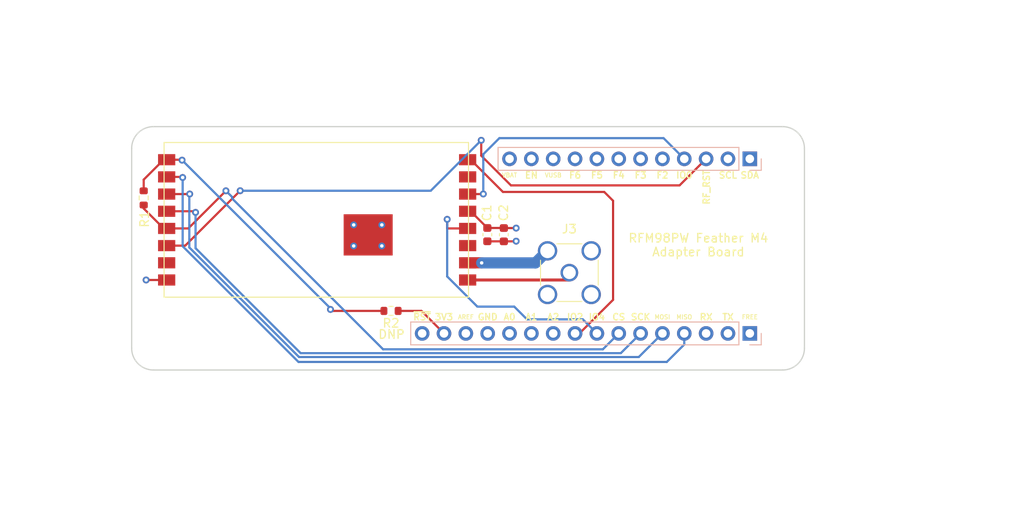
<source format=kicad_pcb>
(kicad_pcb (version 20211014) (generator pcbnew)
  (layers (0 "F.Cu" signal) (1 "In1.Cu" signal) (2 "In2.Cu" signal) (31 "B.Cu" signal) (34 "B.Paste" user) (35 "F.Paste" user) (36 "B.SilkS" user "B.Silkscreen") (37 "F.SilkS" user "F.Silkscreen") (38 "B.Mask" user) (39 "F.Mask" user) (44 "Edge.Cuts" user))
  (net 0 "")
  (net 1 "/FREE")
  (net 2 "/TX")
  (net 3 "/RX")
  (net 4 "/MISO")
  (net 5 "/MOSI")
  (net 6 "/SCK")
  (net 7 "/A2")
  (net 8 "/A1")
  (net 9 "/A0")
  (net 10 "GND")
  (net 11 "/AREF")
  (net 12 "/~{RST}")
  (net 13 "/SDA")
  (net 14 "/SCL")
  (net 15 "/CS")
  (net 16 "/RF_RST")
  (net 17 "/F4")
  (net 18 "/F5")
  (net 19 "/F6")
  (net 20 "/VUSB")
  (net 21 "/EN")
  (net 22 "/VBAT")
  (net 23 "/RF_IO0")
  (net 24 "/RF_IO4")
  (net 25 "3.3V")
  (net 26 "/RF1_ANT")
  (net 30 "+3V3")
  (net 31 "/RF_IO2")
  (net 32 "/F2")
  (net 33 "/F3")
  (footprint "Resistor_SMD:R_0603_1608Metric" (layer "F.Cu") (at 46.96 50.46 -90)
    (fp_text reference "R1" (at 2.47 -0.1 90) (layer "F.SilkS"))
    (fp_text value "10k")
    (fp_line (start -0.237258 -0.5225) (end 0.237258 -0.5225) (layer "F.SilkS") (width 0.12))
    (fp_line (start -0.237258 0.5225) (end 0.237258 0.5225) (layer "F.SilkS") (width 0.12))
    (pad "1" smd roundrect (at -0.825 0 270) (size 0.8 0.95) (layers "F.Cu" "F.Paste" "F.Mask") (net 25 "3.3V"))
    (pad "2" smd roundrect (at 0.825 0 270) (size 0.8 0.95) (layers "F.Cu" "F.Paste" "F.Mask") (net 15 "/CS"))
  )
  (footprint "Capacitor_SMD:C_0603_1608Metric" (layer "F.Cu") (at 86.92 54.73 90)
    (fp_text reference "C1" (at 2.53 -0.05 90) (layer "F.SilkS"))
    (fp_text value "0.1uF")
    (fp_line (start -0.14058 0.51) (end 0.14058 0.51) (layer "F.SilkS") (width 0.12))
    (fp_line (start -0.14058 -0.51) (end 0.14058 -0.51) (layer "F.SilkS") (width 0.12))
    (pad "1" smd roundrect (at -0.775 0 90) (size 0.9 0.95) (layers "F.Cu" "F.Paste" "F.Mask") (net 10 "GND"))
    (pad "2" smd roundrect (at 0.775 0 90) (size 0.9 0.95) (layers "F.Cu" "F.Paste" "F.Mask") (net 20 "/VUSB"))
  )
  (footprint "Capacitor_SMD:C_0603_1608Metric" (layer "F.Cu") (at 88.84 54.74 90)
    (fp_text reference "C2" (at 2.55 -0.03 90) (layer "F.SilkS"))
    (fp_text value "10uF")
    (fp_line (start -0.14058 -0.51) (end 0.14058 -0.51) (layer "F.SilkS") (width 0.12))
    (fp_line (start -0.14058 0.51) (end 0.14058 0.51) (layer "F.SilkS") (width 0.12))
    (pad "1" smd roundrect (at -0.775 0 90) (size 0.9 0.95) (layers "F.Cu" "F.Paste" "F.Mask") (net 10 "GND"))
    (pad "2" smd roundrect (at 0.775 0 90) (size 0.9 0.95) (layers "F.Cu" "F.Paste" "F.Mask") (net 20 "/VUSB"))
  )
  (footprint "Resistor_SMD:R_0603_1608Metric" (layer "F.Cu") (at 75.72 63.61 180)
    (fp_text reference "R2" (at 0 -1.43) (layer "F.SilkS"))
    (fp_text value "0")
    (fp_line (start -0.237258 -0.5225) (end 0.237258 -0.5225) (layer "F.SilkS") (width 0.12))
    (fp_line (start -0.237258 0.5225) (end 0.237258 0.5225) (layer "F.SilkS") (width 0.12))
    (pad "1" smd roundrect (at -0.825 0 180) (size 0.8 0.95) (layers "F.Cu" "F.Paste" "F.Mask") (net 30 "+3V3"))
    (pad "2" smd roundrect (at 0.825 0 180) (size 0.8 0.95) (layers "F.Cu" "F.Paste" "F.Mask") (net 25 "3.3V"))
  )
  (footprint "mainboard:RFM95PW" (layer "F.Cu") (at 67.03 52.51)
    (fp_text reference "U1" hide)
    (fp_text value "RFM98PW" hide)
    (fp_line (start -17.7 9.5) (end 17.7 9.5) (layer "F.SilkS") (width 0.127))
    (fp_line (start -17.7 -8.5) (end 17.7 -8.5) (layer "F.SilkS") (width 0.127))
    (fp_line (start 17.7 9.5) (end 17.7 -8.5) (layer "F.SilkS") (width 0.127))
    (fp_line (start -17.7 9.5) (end -17.7 -8.5) (layer "F.SilkS") (width 0.127))
    (pad "1" smd rect locked (at 17.6 7.5) (size 2 1.3) (layers "F.Cu" "F.Paste" "F.Mask") (net 26 "/RF1_ANT"))
    (pad "2" smd rect locked (at 17.6 5.5) (size 2 1.3) (layers "F.Cu" "F.Paste" "F.Mask") (net 10 "GND"))
    (pad "3" smd rect locked (at 17.6 3.5) (size 2 1.3) (layers "F.Cu" "F.Paste" "F.Mask"))
    (pad "4" smd rect locked (at 17.6 1.5) (size 2 1.3) (layers "F.Cu" "F.Paste" "F.Mask") (net 24 "/RF_IO4"))
    (pad "5" smd rect locked (at 17.6 -0.5) (size 2 1.3) (layers "F.Cu" "F.Paste" "F.Mask") (net 20 "/VUSB"))
    (pad "6" smd rect locked (at 17.6 -2.5) (size 2 1.3) (layers "F.Cu" "F.Paste" "F.Mask") (net 23 "/RF_IO0"))
    (pad "7" smd rect locked (at 17.6 -4.5) (size 2 1.3) (layers "F.Cu" "F.Paste" "F.Mask"))
    (pad "8" smd rect locked (at 17.6 -6.5) (size 2 1.3) (layers "F.Cu" "F.Paste" "F.Mask") (net 31 "/RF_IO2"))
    (pad "9" smd rect locked (at -17.4 -6.5) (size 2 1.3) (layers "F.Cu" "F.Paste" "F.Mask") (net 25 "3.3V"))
    (pad "10" smd rect locked (at -17.4 -4.5) (size 2 1.3) (layers "F.Cu" "F.Paste" "F.Mask") (net 4 "/MISO"))
    (pad "11" smd rect locked (at -17.4 -2.5) (size 2 1.3) (layers "F.Cu" "F.Paste" "F.Mask") (net 5 "/MOSI"))
    (pad "12" smd rect locked (at -17.4 -0.5) (size 2 1.3) (layers "F.Cu" "F.Paste" "F.Mask") (net 6 "/SCK"))
    (pad "13" smd rect locked (at -17.4 1.5) (size 2 1.3) (layers "F.Cu" "F.Paste" "F.Mask") (net 15 "/CS"))
    (pad "14" smd rect locked (at -17.4 3.5) (size 2 1.3) (layers "F.Cu" "F.Paste" "F.Mask") (net 16 "/RF_RST"))
    (pad "15" smd rect locked (at -17.4 5.5) (size 2 1.3) (layers "F.Cu" "F.Paste" "F.Mask"))
    (pad "16" smd rect locked (at -17.4 7.5) (size 2 1.3) (layers "F.Cu" "F.Paste" "F.Mask") (net 10 "GND"))
    (pad "17" smd rect locked (at 6.0325 2.25) (size 5.699999 4.800001) (layers "F.Cu" "F.Mask") (net 10 "GND"))
  )
  (footprint "mainboard:SMA_901-144-horizontal" (layer "F.Cu") (at 96.46 51.5375)
    (fp_text reference "J3" (at 0 2.54) (layer "F.SilkS"))
    (fp_text value "Amphenol_901-144")
    (fp_line (start 3.355 6.17) (end 3.355 9.07) (layer "F.SilkS") (width 0.12))
    (fp_line (start -1.45 4.265) (end 1.45 4.265) (layer "F.SilkS") (width 0.12))
    (fp_line (start -3.355 6.17) (end -3.355 9.07) (layer "F.SilkS") (width 0.12))
    (fp_line (start -1.45 10.975) (end 1.45 10.975) (layer "F.SilkS") (width 0.12))
    (pad "1" thru_hole circle locked (at 0 7.62) (size 2.05 2.05) (drill 1.5) (layers *.Cu *.Mask) (net 26 "/RF1_ANT"))
    (pad "2" thru_hole circle locked (at 2.54 10.16) (size 2.25 2.25) (drill 1.7) (layers *.Cu *.Mask) (net 10 "GND"))
    (pad "2" thru_hole circle locked (at 2.54 5.08) (size 2.25 2.25) (drill 1.7) (layers *.Cu *.Mask) (net 10 "GND"))
    (pad "2" thru_hole circle locked (at -2.54 10.16) (size 2.25 2.25) (drill 1.7) (layers *.Cu *.Mask) (net 10 "GND"))
    (pad "2" thru_hole circle locked (at -2.54 5.08) (size 2.25 2.25) (drill 1.7) (layers *.Cu *.Mask) (net 10 "GND"))
  )
  (footprint "Connector_PinHeader_2.54mm:PinHeader_1x16_P2.54mm_Vertical" (layer "B.Cu") (at 117.44 66.23 90)
    (fp_text reference "J1" hide)
    (fp_text value "feather long" hide)
    (fp_line (start -1.33 -1.27) (end 1.33 -1.27) (layer "B.SilkS") (width 0.12))
    (fp_line (start -1.33 -1.27) (end -1.33 -39.43) (layer "B.SilkS") (width 0.12))
    (fp_line (start -1.33 -39.43) (end 1.33 -39.43) (layer "B.SilkS") (width 0.12))
    (fp_line (start -1.33 1.33) (end 0 1.33) (layer "B.SilkS") (width 0.12))
    (fp_line (start -1.33 0) (end -1.33 1.33) (layer "B.SilkS") (width 0.12))
    (fp_line (start 1.33 -1.27) (end 1.33 -39.43) (layer "B.SilkS") (width 0.12))
    (pad "1" thru_hole rect locked (at 0 0 90) (size 1.7 1.7) (drill 1) (layers *.Cu *.Mask) (net 1 "/FREE"))
    (pad "2" thru_hole oval locked (at 0 -2.54 90) (size 1.7 1.7) (drill 1) (layers *.Cu *.Mask) (net 2 "/TX"))
    (pad "3" thru_hole oval locked (at 0 -5.08 90) (size 1.7 1.7) (drill 1) (layers *.Cu *.Mask) (net 3 "/RX"))
    (pad "4" thru_hole oval locked (at 0 -7.62 90) (size 1.7 1.7) (drill 1) (layers *.Cu *.Mask) (net 4 "/MISO"))
    (pad "5" thru_hole oval locked (at 0 -10.16 90) (size 1.7 1.7) (drill 1) (layers *.Cu *.Mask) (net 5 "/MOSI"))
    (pad "6" thru_hole oval locked (at 0 -12.7 90) (size 1.7 1.7) (drill 1) (layers *.Cu *.Mask) (net 6 "/SCK"))
    (pad "7" thru_hole oval locked (at 0 -15.24 90) (size 1.7 1.7) (drill 1) (layers *.Cu *.Mask) (net 15 "/CS"))
    (pad "8" thru_hole oval locked (at 0 -17.78 90) (size 1.7 1.7) (drill 1) (layers *.Cu *.Mask) (net 24 "/RF_IO4"))
    (pad "9" thru_hole oval locked (at 0 -20.32 90) (size 1.7 1.7) (drill 1) (layers *.Cu *.Mask) (net 31 "/RF_IO2"))
    (pad "10" thru_hole oval locked (at 0 -22.86 90) (size 1.7 1.7) (drill 1) (layers *.Cu *.Mask) (net 7 "/A2"))
    (pad "11" thru_hole oval locked (at 0 -25.4 90) (size 1.7 1.7) (drill 1) (layers *.Cu *.Mask) (net 8 "/A1"))
    (pad "12" thru_hole oval locked (at 0 -27.94 90) (size 1.7 1.7) (drill 1) (layers *.Cu *.Mask) (net 9 "/A0"))
    (pad "13" thru_hole oval locked (at 0 -30.48 90) (size 1.7 1.7) (drill 1) (layers *.Cu *.Mask) (net 10 "GND"))
    (pad "14" thru_hole oval locked (at 0 -33.02 90) (size 1.7 1.7) (drill 1) (layers *.Cu *.Mask) (net 11 "/AREF"))
    (pad "15" thru_hole oval locked (at 0 -35.56 90) (size 1.7 1.7) (drill 1) (layers *.Cu *.Mask) (net 30 "+3V3"))
    (pad "16" thru_hole oval locked (at 0 -38.1 90) (size 1.7 1.7) (drill 1) (layers *.Cu *.Mask) (net 12 "/~{RST}"))
  )
  (footprint "Connector_PinHeader_2.54mm:PinHeader_1x12_P2.54mm_Vertical" (layer "B.Cu") (at 117.44 45.91 90)
    (fp_text reference "J2" hide)
    (fp_text value "feather short" hide)
    (fp_line (start -1.33 -1.27) (end -1.33 -29.27) (layer "B.SilkS") (width 0.12))
    (fp_line (start 1.33 -1.27) (end 1.33 -29.27) (layer "B.SilkS") (width 0.12))
    (fp_line (start -1.33 0) (end -1.33 1.33) (layer "B.SilkS") (width 0.12))
    (fp_line (start -1.33 1.33) (end 0 1.33) (layer "B.SilkS") (width 0.12))
    (fp_line (start -1.33 -29.27) (end 1.33 -29.27) (layer "B.SilkS") (width 0.12))
    (fp_line (start -1.33 -1.27) (end 1.33 -1.27) (layer "B.SilkS") (width 0.12))
    (pad "1" thru_hole rect locked (at 0 0 90) (size 1.7 1.7) (drill 1) (layers *.Cu *.Mask) (net 13 "/SDA"))
    (pad "2" thru_hole oval locked (at 0 -2.54 90) (size 1.7 1.7) (drill 1) (layers *.Cu *.Mask) (net 14 "/SCL"))
    (pad "3" thru_hole oval locked (at 0 -5.08 90) (size 1.7 1.7) (drill 1) (layers *.Cu *.Mask) (net 16 "/RF_RST"))
    (pad "4" thru_hole oval locked (at 0 -7.62 90) (size 1.7 1.7) (drill 1) (layers *.Cu *.Mask) (net 23 "/RF_IO0"))
    (pad "5" thru_hole oval locked (at 0 -10.16 90) (size 1.7 1.7) (drill 1) (layers *.Cu *.Mask) (net 32 "/F2"))
    (pad "6" thru_hole oval locked (at 0 -12.7 90) (size 1.7 1.7) (drill 1) (layers *.Cu *.Mask) (net 33 "/F3"))
    (pad "7" thru_hole oval locked (at 0 -15.24 90) (size 1.7 1.7) (drill 1) (layers *.Cu *.Mask) (net 17 "/F4"))
    (pad "8" thru_hole oval locked (at 0 -17.78 90) (size 1.7 1.7) (drill 1) (layers *.Cu *.Mask) (net 18 "/F5"))
    (pad "9" thru_hole oval locked (at 0 -20.32 90) (size 1.7 1.7) (drill 1) (layers *.Cu *.Mask) (net 19 "/F6"))
    (pad "10" thru_hole oval locked (at 0 -22.86 90) (size 1.7 1.7) (drill 1) (layers *.Cu *.Mask) (net 20 "/VUSB"))
    (pad "11" thru_hole oval locked (at 0 -25.4 90) (size 1.7 1.7) (drill 1) (layers *.Cu *.Mask) (net 21 "/EN"))
    (pad "12" thru_hole oval locked (at 0 -27.94 90) (size 1.7 1.7) (drill 1) (layers *.Cu *.Mask) (net 22 "/VBAT"))
  )
  (gr_line (start 45.56 67.95) (end 45.56 44.7) (layer "Edge.Cuts") (width 0.15))
  (gr_arc (start 48.1 70.49) (mid 46.303945 69.74604) (end 45.56 67.95) (layer "Edge.Cuts") (width 0.15))
  (gr_arc (start 121.25 42.16) (mid 123.050995 42.907234) (end 123.793949 44.71) (layer "Edge.Cuts") (width 0.15))
  (gr_line (start 48.1 42.16) (end 121.25 42.16) (layer "Edge.Cuts") (width 0.15))
  (gr_line (start 48.1 70.49) (end 121.253949 70.49) (layer "Edge.Cuts") (width 0.15))
  (gr_arc (start 123.793949 67.95) (mid 123.049983 69.74602) (end 121.253949 70.49) (layer "Edge.Cuts") (width 0.15))
  (gr_line (start 123.793949 67.95) (end 123.793949 44.71) (layer "Edge.Cuts") (width 0.15))
  (gr_arc (start 45.56 44.7) (mid 46.303949 42.903949) (end 48.1 42.16) (layer "Edge.Cuts") (width 0.15))
  (gr_text "3V3" (at 81.88 64.325) (layer "F.SilkS") (effects (font (size 0.75 0.75))))
  (gr_text "AREF" (at 84.42 64.325) (layer "F.SilkS") (effects (font (size 0.5 0.5) (thickness 0.1))))
  (gr_text "GND" (at 86.96 64.325) (layer "F.SilkS") (effects (font (size 0.75 0.75))))
  (gr_text "A0" (at 89.5 64.325) (layer "F.SilkS") (effects (font (size 0.75 0.75))))
  (gr_text "A1" (at 92.04 64.325) (layer "F.SilkS") (effects (font (size 0.75 0.75))))
  (gr_text "A2" (at 94.58 64.325) (layer "F.SilkS") (effects (font (size 0.75 0.75))))
  (gr_text "IO2" (at 97.12 64.325) (layer "F.SilkS") (effects (font (size 0.75 0.75))))
  (gr_text "IO4" (at 99.66 64.325) (layer "F.SilkS") (effects (font (size 0.75 0.75))))
  (gr_text "CS" (at 102.2 64.325) (layer "F.SilkS") (effects (font (size 0.75 0.75))))
  (gr_text "SCK" (at 104.74 64.325) (layer "F.SilkS") (effects (font (size 0.75 0.75))))
  (gr_text "MOSI" (at 107.28 64.325) (layer "F.SilkS") (effects (font (size 0.5 0.5) (thickness 0.1))))
  (gr_text "MISO" (at 109.82 64.325) (layer "F.SilkS") (effects (font (size 0.5 0.5) (thickness 0.1))))
  (gr_text "RX" (at 112.36 64.325) (layer "F.SilkS") (effects (font (size 0.75 0.75))))
  (gr_text "TX" (at 114.9 64.325) (layer "F.SilkS") (effects (font (size 0.75 0.75))))
  (gr_text "FREE" (at 117.44 64.325) (layer "F.SilkS") (effects (font (size 0.5 0.5) (thickness 0.1))))
  (gr_text "SDA" (at 117.44 47.815) (layer "F.SilkS") (effects (font (size 0.75 0.75))))
  (gr_text "SCL" (at 114.9 47.815) (layer "F.SilkS") (effects (font (size 0.75 0.75))))
  (gr_text "RF_RST" (at 112.41 49.22 90) (layer "F.SilkS") (effects (font (size 0.75 0.75))))
  (gr_text "IO0" (at 109.82 47.815) (layer "F.SilkS") (effects (font (size 0.75 0.75))))
  (gr_text "F2" (at 107.28 47.815) (layer "F.SilkS") (effects (font (size 0.75 0.75))))
  (gr_text "F3" (at 104.74 47.815) (layer "F.SilkS") (effects (font (size 0.75 0.75))))
  (gr_text "F4" (at 102.2 47.815) (layer "F.SilkS") (effects (font (size 0.75 0.75))))
  (gr_text "F5" (at 99.66 47.815) (layer "F.SilkS") (effects (font (size 0.75 0.75))))
  (gr_text "F6" (at 97.12 47.815) (layer "F.SilkS") (effects (font (size 0.75 0.75))))
  (gr_text "EN" (at 92.04 47.815) (layer "F.SilkS") (effects (font (size 0.75 0.75))))
  (gr_text "VBAT" (at 89.5 47.815) (layer "F.SilkS") (effects (font (size 0.5 0.5) (thickness 0.1))))
  (gr_text "VUSB" (at 94.58 47.815) (layer "F.SilkS") (effects (font (size 0.5 0.5) (thickness 0.1))))
  (gr_text "DNP" (at 75.78 66.34) (layer "F.SilkS") (effects (font (size 1 1))))
  (gr_text "RFM98PW Feather M4\nAdapter Board" (at 111.46 55.94) (layer "F.SilkS") (effects (font (size 1 1))))
  (gr_text "~{RST}" (at 79.34 64.325) (layer "F.SilkS") (effects (font (size 0.75 0.75))))
  (segment (start 49.63 48.01) (end 51.42 48.01) (width 0.25) (layer "F.Cu") (net 4))
  (segment (start 51.42 48.01) (end 51.49 48.08) (width 0.25) (layer "F.Cu") (net 4))
  (via (at 51.49 48.08) (size 0.8) (drill 0.4) (layers "F.Cu" "B.Cu") (net 4))
  (segment (start 109.82 67.52) (end 109.82 66.23) (width 0.25) (layer "B.Cu") (net 4))
  (segment (start 64.957208 69.55) (end 107.79 69.55) (width 0.25) (layer "B.Cu") (net 4))
  (segment (start 51.49 56.082792) (end 64.957208 69.55) (width 0.25) (layer "B.Cu") (net 4))
  (segment (start 51.49 48.08) (end 51.49 56.082792) (width 0.25) (layer "B.Cu") (net 4))
  (segment (start 107.79 69.55) (end 109.82 67.52) (width 0.25) (layer "B.Cu") (net 4))
  (segment (start 52.3 50.01) (end 52.31 50) (width 0.25) (layer "F.Cu") (net 5))
  (segment (start 49.63 50.01) (end 52.3 50.01) (width 0.25) (layer "F.Cu") (net 5))
  (via (at 52.31 50) (size 0.8) (drill 0.4) (layers "F.Cu" "B.Cu") (net 5))
  (segment (start 52.265 56.221396) (end 65.023604 68.98) (width 0.25) (layer "B.Cu") (net 5))
  (segment (start 104.53 68.98) (end 107.28 66.23) (width 0.25) (layer "B.Cu") (net 5))
  (segment (start 52.265 50.045) (end 52.265 56.221396) (width 0.25) (layer "B.Cu") (net 5))
  (segment (start 52.31 50) (end 52.265 50.045) (width 0.25) (layer "B.Cu") (net 5))
  (segment (start 65.023604 68.98) (end 104.53 68.98) (width 0.25) (layer "B.Cu") (net 5))
  (segment (start 52.86 52.01) (end 49.63 52.01) (width 0.25) (layer "F.Cu") (net 6))
  (segment (start 52.99 52.14) (end 52.86 52.01) (width 0.25) (layer "F.Cu") (net 6))
  (via (at 52.99 52.14) (size 0.8) (drill 0.4) (layers "F.Cu" "B.Cu") (net 6))
  (segment (start 52.99 52.14) (end 52.99 56.31) (width 0.25) (layer "B.Cu") (net 6))
  (segment (start 102.44 68.53) (end 104.74 66.23) (width 0.25) (layer "B.Cu") (net 6))
  (segment (start 65.21 68.53) (end 102.44 68.53) (width 0.25) (layer "B.Cu") (net 6))
  (segment (start 52.99 56.31) (end 65.21 68.53) (width 0.25) (layer "B.Cu") (net 6))
  (segment (start 86.25 58.01) (end 86.26 58.02) (width 0.25) (layer "F.Cu") (net 10))
  (segment (start 84.63 58.01) (end 86.25 58.01) (width 1.3) (layer "F.Cu") (net 10))
  (segment (start 90.245 55.515) (end 90.27 55.49) (width 0.25) (layer "F.Cu") (net 10))
  (segment (start 88.84 55.515) (end 86.93 55.515) (width 0.25) (layer "F.Cu") (net 10))
  (segment (start 49.63 60.01) (end 47.24 60.01) (width 0.25) (layer "F.Cu") (net 10))
  (segment (start 88.84 55.515) (end 90.245 55.515) (width 0.25) (layer "F.Cu") (net 10))
  (segment (start 84.98 58.01) (end 84.63 58.01) (width 0.25) (layer "F.Cu") (net 10))
  (segment (start 86.93 55.515) (end 86.92 55.505) (width 0.25) (layer "F.Cu") (net 10))
  (via (at 74.65 53.6) (size 0.8) (drill 0.4) (layers "F.Cu" "B.Cu") (net 10))
  (via (at 90.27 55.49) (size 0.8) (drill 0.4) (layers "F.Cu" "B.Cu") (net 10))
  (via (at 86.26 58.02) (size 0.8) (drill 0.4) (layers "F.Cu" "B.Cu") (net 10))
  (via (at 47.24 60.01) (size 0.8) (drill 0.4) (layers "F.Cu" "B.Cu") (net 10))
  (via (at 71.38 53.6) (size 0.8) (drill 0.4) (layers "F.Cu" "B.Cu") (net 10))
  (via (at 74.65 56.05) (size 0.8) (drill 0.4) (layers "F.Cu" "B.Cu") (net 10))
  (via (at 71.38 56.05) (size 0.8) (drill 0.4) (layers "F.Cu" "B.Cu") (net 10))
  (segment (start 86.26 58.02) (end 92.5175 58.02) (width 1.3) (layer "B.Cu") (net 10))
  (segment (start 92.5175 58.02) (end 93.92 56.6175) (width 1.3) (layer "B.Cu") (net 10))
  (segment (start 52.145305 54.01) (end 56.52 49.635305) (width 0.25) (layer "F.Cu") (net 15))
  (segment (start 46.96 51.69) (end 46.96 51.285) (width 0.25) (layer "F.Cu") (net 15))
  (segment (start 56.52 49.635305) (end 56.52 49.63) (width 0.25) (layer "F.Cu") (net 15))
  (segment (start 49.63 54.01) (end 52.145305 54.01) (width 0.25) (layer "F.Cu") (net 15))
  (segment (start 49.63 54.01) (end 49.28 54.01) (width 0.25) (layer "F.Cu") (net 15))
  (segment (start 49.28 54.01) (end 46.96 51.69) (width 0.25) (layer "F.Cu") (net 15))
  (via (at 56.52 49.63) (size 0.8) (drill 0.4) (layers "F.Cu" "B.Cu") (net 15))
  (segment (start 56.52 49.63) (end 57.235 50.345) (width 0.25) (layer "B.Cu") (net 15))
  (segment (start 100.35 68.08) (end 102.2 66.23) (width 0.25) (layer "B.Cu") (net 15))
  (segment (start 74.8 68.08) (end 100.35 68.08) (width 0.25) (layer "B.Cu") (net 15))
  (segment (start 57.235 50.345) (end 57.235 50.515) (width 0.25) (layer "B.Cu") (net 15))
  (segment (start 57.235 50.515) (end 74.8 68.08) (width 0.25) (layer "B.Cu") (net 15))
  (segment (start 51.79 56.01) (end 58.18 49.62) (width 0.25) (layer "F.Cu") (net 16))
  (segment (start 86.21 45.54) (end 89.67 49) (width 0.25) (layer "F.Cu") (net 16))
  (segment (start 89.67 49) (end 109.27 49) (width 0.25) (layer "F.Cu") (net 16))
  (segment (start 109.27 49) (end 112.36 45.91) (width 0.25) (layer "F.Cu") (net 16))
  (segment (start 86.21 43.75) (end 86.21 45.54) (width 0.25) (layer "F.Cu") (net 16))
  (segment (start 49.63 56.01) (end 51.79 56.01) (width 0.25) (layer "F.Cu") (net 16))
  (via (at 58.18 49.62) (size 0.8) (drill 0.4) (layers "F.Cu" "B.Cu") (net 16))
  (via (at 86.21 43.75) (size 0.8) (drill 0.4) (layers "F.Cu" "B.Cu") (net 16))
  (segment (start 80.34 49.62) (end 86.21 43.75) (width 0.25) (layer "B.Cu") (net 16))
  (segment (start 58.18 49.62) (end 80.34 49.62) (width 0.25) (layer "B.Cu") (net 16))
  (segment (start 88.83 53.955) (end 88.84 53.965) (width 0.25) (layer "F.Cu") (net 20))
  (segment (start 90.265 53.965) (end 90.27 53.97) (width 0.25) (layer "F.Cu") (net 20))
  (segment (start 84.63 52.01) (end 84.975 52.01) (width 0.25) (layer "F.Cu") (net 20))
  (segment (start 84.975 52.01) (end 86.92 53.955) (width 0.25) (layer "F.Cu") (net 20))
  (segment (start 86.92 53.955) (end 88.83 53.955) (width 0.25) (layer "F.Cu") (net 20))
  (segment (start 86.93 53.965) (end 86.92 53.955) (width 0.25) (layer "F.Cu") (net 20))
  (segment (start 88.84 53.965) (end 90.265 53.965) (width 0.25) (layer "F.Cu") (net 20))
  (via (at 90.27 53.97) (size 0.8) (drill 0.4) (layers "F.Cu" "B.Cu") (net 20))
  (segment (start 84.63 50.01) (end 86.44 50.01) (width 0.25) (layer "F.Cu") (net 23))
  (segment (start 86.44 50.01) (end 86.45 50) (width 0.25) (layer "F.Cu") (net 23))
  (via (at 86.45 50) (size 0.8) (drill 0.4) (layers "F.Cu" "B.Cu") (net 23))
  (segment (start 107.41 43.5) (end 109.82 45.91) (width 0.25) (layer "B.Cu") (net 23))
  (segment (start 88.32 43.5) (end 107.41 43.5) (width 0.25) (layer "B.Cu") (net 23))
  (segment (start 86.45 50) (end 86.45 45.37) (width 0.25) (layer "B.Cu") (net 23))
  (segment (start 86.45 45.37) (end 88.32 43.5) (width 0.25) (layer "B.Cu") (net 23))
  (segment (start 84.63 54.01) (end 82.28 54.01) (width 0.25) (layer "F.Cu") (net 24))
  (segment (start 82.25 53.98) (end 82.25 52.95) (width 0.25) (layer "F.Cu") (net 24))
  (segment (start 82.28 54.01) (end 82.25 53.98) (width 0.25) (layer "F.Cu") (net 24))
  (via (at 82.25 52.95) (size 0.8) (drill 0.4) (layers "F.Cu" "B.Cu") (net 24))
  (segment (start 98.023557 64.593557) (end 99.66 66.23) (width 0.25) (layer "B.Cu") (net 24))
  (segment (start 85.76 63.11) (end 90.05 63.11) (width 0.25) (layer "B.Cu") (net 24))
  (segment (start 90.05 63.11) (end 91.533557 64.593557) (width 0.25) (layer "B.Cu") (net 24))
  (segment (start 82.25 59.6) (end 85.76 63.11) (width 0.25) (layer "B.Cu") (net 24))
  (segment (start 91.533557 64.593557) (end 98.023557 64.593557) (width 0.25) (layer "B.Cu") (net 24))
  (segment (start 82.25 52.95) (end 82.25 59.6) (width 0.25) (layer "B.Cu") (net 24))
  (segment (start 49.28 46.01) (end 46.96 48.33) (width 0.25) (layer "F.Cu") (net 25))
  (segment (start 74.895 63.61) (end 68.85 63.61) (width 0.25) (layer "F.Cu") (net 25))
  (segment (start 49.63 46.01) (end 51.37 46.01) (width 0.25) (layer "F.Cu") (net 25))
  (segment (start 46.96 48.33) (end 46.96 49.635) (width 0.25) (layer "F.Cu") (net 25))
  (segment (start 51.37 46.01) (end 51.42 46.06) (width 0.25) (layer "F.Cu") (net 25))
  (segment (start 68.85 63.61) (end 68.68 63.44) (width 0.25) (layer "F.Cu") (net 25))
  (segment (start 49.63 46.01) (end 49.28 46.01) (width 0.25) (layer "F.Cu") (net 25))
  (via (at 68.68 63.44) (size 0.8) (drill 0.4) (layers "F.Cu" "B.Cu") (net 25))
  (via (at 51.42 46.06) (size 0.8) (drill 0.4) (layers "F.Cu" "B.Cu") (net 25))
  (segment (start 51.42 46.06) (end 68.68 63.32) (width 0.25) (layer "B.Cu") (net 25))
  (segment (start 68.68 63.32) (end 68.68 63.44) (width 0.25) (layer "B.Cu") (net 25))
  (segment (start 84.63 60.01) (end 96.2925 60.01) (width 0.3493) (layer "F.Cu") (net 26))
  (segment (start 79.26 63.61) (end 76.545 63.61) (width 0.25) (layer "F.Cu") (net 30))
  (segment (start 81.88 66.23) (end 79.26 63.61) (width 0.25) (layer "F.Cu") (net 30))
  (segment (start 101.54 62.32) (end 97.63 66.23) (width 0.25) (layer "F.Cu") (net 31))
  (segment (start 84.98 46.01) (end 88.73 49.76) (width 0.25) (layer "F.Cu") (net 31))
  (segment (start 100.51 49.76) (end 101.54 50.79) (width 0.25) (layer "F.Cu") (net 31))
  (segment (start 84.63 46.01) (end 84.98 46.01) (width 0.25) (layer "F.Cu") (net 31))
  (segment (start 97.63 66.23) (end 97.12 66.23) (width 0.25) (layer "F.Cu") (net 31))
  (segment (start 88.73 49.76) (end 100.51 49.76) (width 0.25) (layer "F.Cu") (net 31))
  (segment (start 101.54 50.79) (end 101.54 62.32) (width 0.25) (layer "F.Cu") (net 31))
)
</source>
